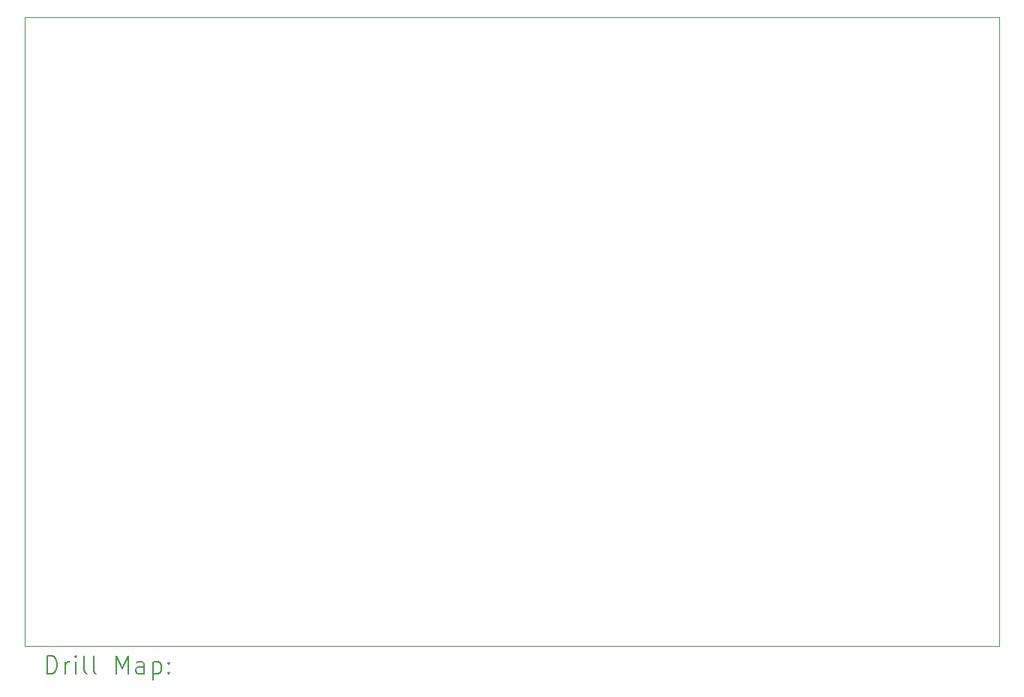
<source format=gbr>
%FSLAX45Y45*%
G04 Gerber Fmt 4.5, Leading zero omitted, Abs format (unit mm)*
G04 Created by KiCad (PCBNEW 6.0.6-3a73a75311~116~ubuntu20.04.1) date 2022-07-28 18:38:54*
%MOMM*%
%LPD*%
G01*
G04 APERTURE LIST*
%TA.AperFunction,Profile*%
%ADD10C,0.100000*%
%TD*%
%ADD11C,0.200000*%
G04 APERTURE END LIST*
D10*
X8700000Y-5400000D02*
X19700000Y-5400000D01*
X19700000Y-5400000D02*
X19700000Y-12500000D01*
X19700000Y-12500000D02*
X8700000Y-12500000D01*
X8700000Y-12500000D02*
X8700000Y-5400000D01*
D11*
X8952619Y-12815476D02*
X8952619Y-12615476D01*
X9000238Y-12615476D01*
X9028810Y-12625000D01*
X9047857Y-12644048D01*
X9057381Y-12663095D01*
X9066905Y-12701190D01*
X9066905Y-12729762D01*
X9057381Y-12767857D01*
X9047857Y-12786905D01*
X9028810Y-12805952D01*
X9000238Y-12815476D01*
X8952619Y-12815476D01*
X9152619Y-12815476D02*
X9152619Y-12682143D01*
X9152619Y-12720238D02*
X9162143Y-12701190D01*
X9171667Y-12691667D01*
X9190714Y-12682143D01*
X9209762Y-12682143D01*
X9276429Y-12815476D02*
X9276429Y-12682143D01*
X9276429Y-12615476D02*
X9266905Y-12625000D01*
X9276429Y-12634524D01*
X9285952Y-12625000D01*
X9276429Y-12615476D01*
X9276429Y-12634524D01*
X9400238Y-12815476D02*
X9381190Y-12805952D01*
X9371667Y-12786905D01*
X9371667Y-12615476D01*
X9505000Y-12815476D02*
X9485952Y-12805952D01*
X9476429Y-12786905D01*
X9476429Y-12615476D01*
X9733571Y-12815476D02*
X9733571Y-12615476D01*
X9800238Y-12758333D01*
X9866905Y-12615476D01*
X9866905Y-12815476D01*
X10047857Y-12815476D02*
X10047857Y-12710714D01*
X10038333Y-12691667D01*
X10019286Y-12682143D01*
X9981190Y-12682143D01*
X9962143Y-12691667D01*
X10047857Y-12805952D02*
X10028810Y-12815476D01*
X9981190Y-12815476D01*
X9962143Y-12805952D01*
X9952619Y-12786905D01*
X9952619Y-12767857D01*
X9962143Y-12748809D01*
X9981190Y-12739286D01*
X10028810Y-12739286D01*
X10047857Y-12729762D01*
X10143095Y-12682143D02*
X10143095Y-12882143D01*
X10143095Y-12691667D02*
X10162143Y-12682143D01*
X10200238Y-12682143D01*
X10219286Y-12691667D01*
X10228810Y-12701190D01*
X10238333Y-12720238D01*
X10238333Y-12777381D01*
X10228810Y-12796428D01*
X10219286Y-12805952D01*
X10200238Y-12815476D01*
X10162143Y-12815476D01*
X10143095Y-12805952D01*
X10324048Y-12796428D02*
X10333571Y-12805952D01*
X10324048Y-12815476D01*
X10314524Y-12805952D01*
X10324048Y-12796428D01*
X10324048Y-12815476D01*
X10324048Y-12691667D02*
X10333571Y-12701190D01*
X10324048Y-12710714D01*
X10314524Y-12701190D01*
X10324048Y-12691667D01*
X10324048Y-12710714D01*
M02*

</source>
